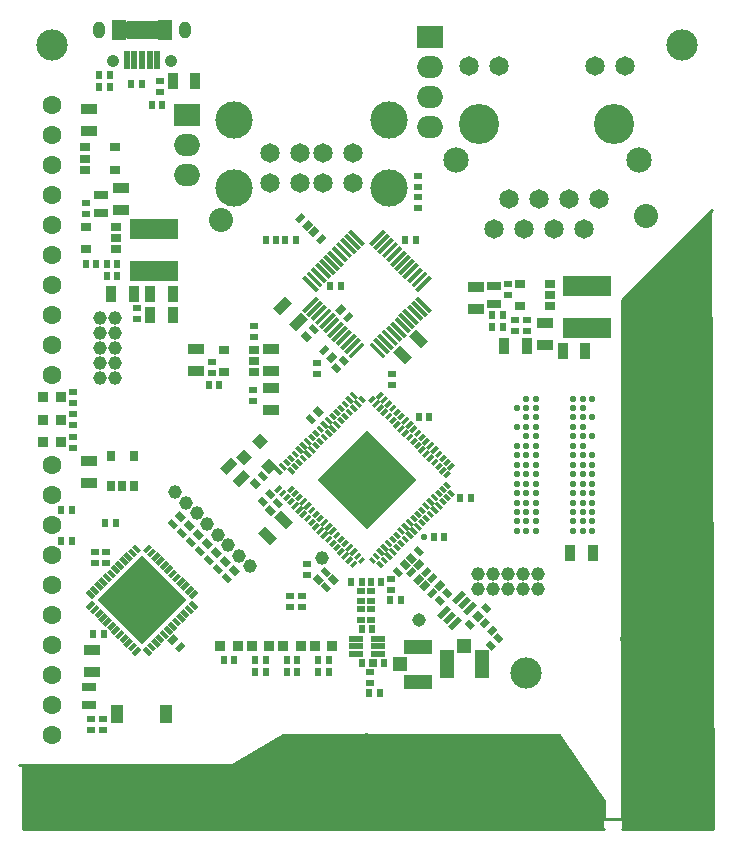
<source format=gbr>
G04 #@! TF.FileFunction,Soldermask,Top*
%FSLAX46Y46*%
G04 Gerber Fmt 4.6, Leading zero omitted, Abs format (unit mm)*
G04 Created by KiCad (PCBNEW 0.201512080931+6353~38~ubuntu14.04.1-stable) date Mon 21 Dec 2015 12:54:57 AM PST*
%MOMM*%
G01*
G04 APERTURE LIST*
%ADD10C,0.100000*%
%ADD11C,0.254000*%
%ADD12C,1.652400*%
%ADD13C,3.152400*%
%ADD14R,1.295400X0.787400*%
%ADD15R,0.852400X1.452400*%
%ADD16C,0.552400*%
%ADD17C,0.360000*%
%ADD18R,2.352400X1.202400*%
%ADD19R,1.202400X1.152400*%
%ADD20R,1.202400X2.352400*%
%ADD21R,1.152400X1.202400*%
%ADD22R,0.551180X0.751840*%
%ADD23R,0.751840X0.551180*%
%ADD24R,1.452400X0.852400*%
%ADD25R,0.949960X0.949960*%
%ADD26C,2.651760*%
%ADD27C,1.168400*%
%ADD28C,1.152400*%
%ADD29R,4.152400X1.652400*%
%ADD30R,1.102400X1.552400*%
%ADD31R,1.152400X0.502400*%
%ADD32R,0.914400X0.660400*%
%ADD33R,0.660400X0.914400*%
%ADD34C,1.602400*%
%ADD35C,1.143000*%
%ADD36C,2.032000*%
%ADD37R,2.184400X1.879600*%
%ADD38O,2.184400X1.879600*%
%ADD39O,1.052400X1.452400*%
%ADD40C,1.052400*%
%ADD41R,0.552400X1.502400*%
%ADD42R,1.252400X1.652400*%
%ADD43C,2.152400*%
%ADD44C,3.402400*%
G04 APERTURE END LIST*
D10*
D11*
X93980000Y-147320000D02*
X75946000Y-147320000D01*
X98298000Y-144780000D02*
X93980000Y-147320000D01*
X121666000Y-144780000D02*
X98298000Y-144780000D01*
X125476000Y-150368000D02*
X121666000Y-144780000D01*
X125476000Y-151892000D02*
X125476000Y-150368000D01*
X127000000Y-151892000D02*
X125476000Y-151892000D01*
X127000000Y-107950000D02*
X127000000Y-151892000D01*
X134620000Y-100330000D02*
X127000000Y-107950000D01*
D12*
X104211000Y-98104000D03*
X101711000Y-98104000D03*
X99711000Y-98104000D03*
X97211000Y-98104000D03*
X104211000Y-95504000D03*
X101711000Y-95504000D03*
X99711000Y-95504000D03*
X97211000Y-95504000D03*
D13*
X107281000Y-98454000D03*
X107281000Y-92774000D03*
X94141000Y-98454000D03*
X94141000Y-92774000D03*
D10*
G36*
X110642590Y-105849313D02*
X110891775Y-106098498D01*
X109723352Y-107266921D01*
X109474167Y-107017736D01*
X110642590Y-105849313D01*
X110642590Y-105849313D01*
G37*
G36*
X110289036Y-105495759D02*
X110538221Y-105744944D01*
X109369798Y-106913367D01*
X109120613Y-106664182D01*
X110289036Y-105495759D01*
X110289036Y-105495759D01*
G37*
G36*
X109935483Y-105142206D02*
X110184668Y-105391391D01*
X109016245Y-106559814D01*
X108767060Y-106310629D01*
X109935483Y-105142206D01*
X109935483Y-105142206D01*
G37*
G36*
X109581930Y-104788652D02*
X109831115Y-105037837D01*
X108662692Y-106206260D01*
X108413507Y-105957075D01*
X109581930Y-104788652D01*
X109581930Y-104788652D01*
G37*
G36*
X109228376Y-104435099D02*
X109477561Y-104684284D01*
X108309138Y-105852707D01*
X108059953Y-105603522D01*
X109228376Y-104435099D01*
X109228376Y-104435099D01*
G37*
G36*
X108874823Y-104081546D02*
X109124008Y-104330731D01*
X107955585Y-105499154D01*
X107706400Y-105249969D01*
X108874823Y-104081546D01*
X108874823Y-104081546D01*
G37*
G36*
X108521269Y-103727992D02*
X108770454Y-103977177D01*
X107602031Y-105145600D01*
X107352846Y-104896415D01*
X108521269Y-103727992D01*
X108521269Y-103727992D01*
G37*
G36*
X108167716Y-103374439D02*
X108416901Y-103623624D01*
X107248478Y-104792047D01*
X106999293Y-104542862D01*
X108167716Y-103374439D01*
X108167716Y-103374439D01*
G37*
G36*
X107814163Y-103020885D02*
X108063348Y-103270070D01*
X106894925Y-104438493D01*
X106645740Y-104189308D01*
X107814163Y-103020885D01*
X107814163Y-103020885D01*
G37*
G36*
X107460609Y-102667332D02*
X107709794Y-102916517D01*
X106541371Y-104084940D01*
X106292186Y-103835755D01*
X107460609Y-102667332D01*
X107460609Y-102667332D01*
G37*
G36*
X107107056Y-102313779D02*
X107356241Y-102562964D01*
X106187818Y-103731387D01*
X105938633Y-103482202D01*
X107107056Y-102313779D01*
X107107056Y-102313779D01*
G37*
G36*
X106753502Y-101960225D02*
X107002687Y-102209410D01*
X105834264Y-103377833D01*
X105585079Y-103128648D01*
X106753502Y-101960225D01*
X106753502Y-101960225D01*
G37*
G36*
X104066498Y-101960225D02*
X105234921Y-103128648D01*
X104985736Y-103377833D01*
X103817313Y-102209410D01*
X104066498Y-101960225D01*
X104066498Y-101960225D01*
G37*
G36*
X103712944Y-102313779D02*
X104881367Y-103482202D01*
X104632182Y-103731387D01*
X103463759Y-102562964D01*
X103712944Y-102313779D01*
X103712944Y-102313779D01*
G37*
G36*
X103359391Y-102667332D02*
X104527814Y-103835755D01*
X104278629Y-104084940D01*
X103110206Y-102916517D01*
X103359391Y-102667332D01*
X103359391Y-102667332D01*
G37*
G36*
X103005837Y-103020885D02*
X104174260Y-104189308D01*
X103925075Y-104438493D01*
X102756652Y-103270070D01*
X103005837Y-103020885D01*
X103005837Y-103020885D01*
G37*
G36*
X102652284Y-103374439D02*
X103820707Y-104542862D01*
X103571522Y-104792047D01*
X102403099Y-103623624D01*
X102652284Y-103374439D01*
X102652284Y-103374439D01*
G37*
G36*
X102298731Y-103727992D02*
X103467154Y-104896415D01*
X103217969Y-105145600D01*
X102049546Y-103977177D01*
X102298731Y-103727992D01*
X102298731Y-103727992D01*
G37*
G36*
X101945177Y-104081546D02*
X103113600Y-105249969D01*
X102864415Y-105499154D01*
X101695992Y-104330731D01*
X101945177Y-104081546D01*
X101945177Y-104081546D01*
G37*
G36*
X101591624Y-104435099D02*
X102760047Y-105603522D01*
X102510862Y-105852707D01*
X101342439Y-104684284D01*
X101591624Y-104435099D01*
X101591624Y-104435099D01*
G37*
G36*
X101238070Y-104788652D02*
X102406493Y-105957075D01*
X102157308Y-106206260D01*
X100988885Y-105037837D01*
X101238070Y-104788652D01*
X101238070Y-104788652D01*
G37*
G36*
X100884517Y-105142206D02*
X102052940Y-106310629D01*
X101803755Y-106559814D01*
X100635332Y-105391391D01*
X100884517Y-105142206D01*
X100884517Y-105142206D01*
G37*
G36*
X100530964Y-105495759D02*
X101699387Y-106664182D01*
X101450202Y-106913367D01*
X100281779Y-105744944D01*
X100530964Y-105495759D01*
X100530964Y-105495759D01*
G37*
G36*
X100177410Y-105849313D02*
X101345833Y-107017736D01*
X101096648Y-107266921D01*
X99928225Y-106098498D01*
X100177410Y-105849313D01*
X100177410Y-105849313D01*
G37*
G36*
X101096648Y-107617079D02*
X101345833Y-107866264D01*
X100177410Y-109034687D01*
X99928225Y-108785502D01*
X101096648Y-107617079D01*
X101096648Y-107617079D01*
G37*
G36*
X101450202Y-107970633D02*
X101699387Y-108219818D01*
X100530964Y-109388241D01*
X100281779Y-109139056D01*
X101450202Y-107970633D01*
X101450202Y-107970633D01*
G37*
G36*
X101803755Y-108324186D02*
X102052940Y-108573371D01*
X100884517Y-109741794D01*
X100635332Y-109492609D01*
X101803755Y-108324186D01*
X101803755Y-108324186D01*
G37*
G36*
X102157308Y-108677740D02*
X102406493Y-108926925D01*
X101238070Y-110095348D01*
X100988885Y-109846163D01*
X102157308Y-108677740D01*
X102157308Y-108677740D01*
G37*
G36*
X102510862Y-109031293D02*
X102760047Y-109280478D01*
X101591624Y-110448901D01*
X101342439Y-110199716D01*
X102510862Y-109031293D01*
X102510862Y-109031293D01*
G37*
G36*
X102864415Y-109384846D02*
X103113600Y-109634031D01*
X101945177Y-110802454D01*
X101695992Y-110553269D01*
X102864415Y-109384846D01*
X102864415Y-109384846D01*
G37*
G36*
X103217969Y-109738400D02*
X103467154Y-109987585D01*
X102298731Y-111156008D01*
X102049546Y-110906823D01*
X103217969Y-109738400D01*
X103217969Y-109738400D01*
G37*
G36*
X103571522Y-110091953D02*
X103820707Y-110341138D01*
X102652284Y-111509561D01*
X102403099Y-111260376D01*
X103571522Y-110091953D01*
X103571522Y-110091953D01*
G37*
G36*
X103925075Y-110445507D02*
X104174260Y-110694692D01*
X103005837Y-111863115D01*
X102756652Y-111613930D01*
X103925075Y-110445507D01*
X103925075Y-110445507D01*
G37*
G36*
X104278629Y-110799060D02*
X104527814Y-111048245D01*
X103359391Y-112216668D01*
X103110206Y-111967483D01*
X104278629Y-110799060D01*
X104278629Y-110799060D01*
G37*
G36*
X104632182Y-111152613D02*
X104881367Y-111401798D01*
X103712944Y-112570221D01*
X103463759Y-112321036D01*
X104632182Y-111152613D01*
X104632182Y-111152613D01*
G37*
G36*
X104985736Y-111506167D02*
X105234921Y-111755352D01*
X104066498Y-112923775D01*
X103817313Y-112674590D01*
X104985736Y-111506167D01*
X104985736Y-111506167D01*
G37*
G36*
X105834264Y-111506167D02*
X107002687Y-112674590D01*
X106753502Y-112923775D01*
X105585079Y-111755352D01*
X105834264Y-111506167D01*
X105834264Y-111506167D01*
G37*
G36*
X106187818Y-111152613D02*
X107356241Y-112321036D01*
X107107056Y-112570221D01*
X105938633Y-111401798D01*
X106187818Y-111152613D01*
X106187818Y-111152613D01*
G37*
G36*
X106541371Y-110799060D02*
X107709794Y-111967483D01*
X107460609Y-112216668D01*
X106292186Y-111048245D01*
X106541371Y-110799060D01*
X106541371Y-110799060D01*
G37*
G36*
X106894925Y-110445507D02*
X108063348Y-111613930D01*
X107814163Y-111863115D01*
X106645740Y-110694692D01*
X106894925Y-110445507D01*
X106894925Y-110445507D01*
G37*
G36*
X107248478Y-110091953D02*
X108416901Y-111260376D01*
X108167716Y-111509561D01*
X106999293Y-110341138D01*
X107248478Y-110091953D01*
X107248478Y-110091953D01*
G37*
G36*
X107602031Y-109738400D02*
X108770454Y-110906823D01*
X108521269Y-111156008D01*
X107352846Y-109987585D01*
X107602031Y-109738400D01*
X107602031Y-109738400D01*
G37*
G36*
X107955585Y-109384846D02*
X109124008Y-110553269D01*
X108874823Y-110802454D01*
X107706400Y-109634031D01*
X107955585Y-109384846D01*
X107955585Y-109384846D01*
G37*
G36*
X108309138Y-109031293D02*
X109477561Y-110199716D01*
X109228376Y-110448901D01*
X108059953Y-109280478D01*
X108309138Y-109031293D01*
X108309138Y-109031293D01*
G37*
G36*
X108662692Y-108677740D02*
X109831115Y-109846163D01*
X109581930Y-110095348D01*
X108413507Y-108926925D01*
X108662692Y-108677740D01*
X108662692Y-108677740D01*
G37*
G36*
X109016245Y-108324186D02*
X110184668Y-109492609D01*
X109935483Y-109741794D01*
X108767060Y-108573371D01*
X109016245Y-108324186D01*
X109016245Y-108324186D01*
G37*
G36*
X109369798Y-107970633D02*
X110538221Y-109139056D01*
X110289036Y-109388241D01*
X109120613Y-108219818D01*
X109369798Y-107970633D01*
X109369798Y-107970633D01*
G37*
G36*
X109723352Y-107617079D02*
X110891775Y-108785502D01*
X110642590Y-109034687D01*
X109474167Y-107866264D01*
X109723352Y-107617079D01*
X109723352Y-107617079D01*
G37*
D14*
X82931000Y-100584000D03*
X82931000Y-99060000D03*
D15*
X88966000Y-89408000D03*
X90866000Y-89408000D03*
D16*
X124485000Y-121120000D03*
X123685000Y-121120000D03*
X122885000Y-121120000D03*
X119685000Y-121120000D03*
X118885000Y-121120000D03*
X118085000Y-121120000D03*
X118885000Y-119520000D03*
X119685000Y-119520000D03*
X122885000Y-119520000D03*
X123685000Y-119520000D03*
X124485000Y-119520000D03*
X123685000Y-120320000D03*
X122885000Y-120320000D03*
X119685000Y-120320000D03*
X118885000Y-120320000D03*
X118085000Y-120320000D03*
X118085000Y-117120000D03*
X118885000Y-117120000D03*
X119685000Y-117120000D03*
X122885000Y-117120000D03*
X123685000Y-117120000D03*
X124485000Y-116320000D03*
X123685000Y-116320000D03*
X122885000Y-116320000D03*
X119685000Y-116320000D03*
X118885000Y-116320000D03*
X118885000Y-117920000D03*
X119685000Y-117920000D03*
X122885000Y-117920000D03*
X123685000Y-117920000D03*
X124485000Y-117920000D03*
X123685000Y-118720000D03*
X122885000Y-118720000D03*
X119685000Y-118720000D03*
X118885000Y-118720000D03*
X118085000Y-118720000D03*
X118085000Y-124320000D03*
X118885000Y-124320000D03*
X119685000Y-124320000D03*
X122885000Y-124320000D03*
X123685000Y-124320000D03*
X124485000Y-124320000D03*
X124485000Y-123520000D03*
X123685000Y-123520000D03*
X122885000Y-123520000D03*
X119685000Y-123520000D03*
X118885000Y-123520000D03*
X118085000Y-123520000D03*
X118085000Y-121920000D03*
X118885000Y-121920000D03*
X119685000Y-121920000D03*
X122885000Y-121920000D03*
X123685000Y-121920000D03*
X124485000Y-121920000D03*
X124485000Y-122720000D03*
X123685000Y-122720000D03*
X122885000Y-122720000D03*
X119685000Y-122720000D03*
X118885000Y-122720000D03*
X118085000Y-122720000D03*
X118085000Y-125920000D03*
X118885000Y-125920000D03*
X119685000Y-125920000D03*
X122885000Y-125920000D03*
X123685000Y-125920000D03*
X124485000Y-125920000D03*
X124485000Y-125120000D03*
X123685000Y-125120000D03*
X122885000Y-125120000D03*
X119685000Y-125120000D03*
X118885000Y-125120000D03*
X118085000Y-125120000D03*
X118085000Y-126720000D03*
X118885000Y-126720000D03*
X119685000Y-126720000D03*
X122885000Y-126720000D03*
X123685000Y-126720000D03*
X124485000Y-126720000D03*
X124485000Y-127520000D03*
X123685000Y-127520000D03*
X122885000Y-127520000D03*
X119685000Y-127520000D03*
X118885000Y-127520000D03*
X118085000Y-127520000D03*
D17*
X105410000Y-144780000D03*
X127000000Y-136652000D03*
D18*
X109728000Y-140286000D03*
X109728000Y-137336000D03*
D19*
X108203000Y-138811000D03*
D20*
X112190000Y-138811000D03*
X115140000Y-138811000D03*
D21*
X113665000Y-137286000D03*
D10*
G36*
X101211155Y-131175214D02*
X101742786Y-131706845D01*
X101353043Y-132096588D01*
X100821412Y-131564957D01*
X101211155Y-131175214D01*
X101211155Y-131175214D01*
G37*
G36*
X101846957Y-130539412D02*
X102378588Y-131071043D01*
X101988845Y-131460786D01*
X101457214Y-130929155D01*
X101846957Y-130539412D01*
X101846957Y-130539412D01*
G37*
D22*
X108272580Y-133350000D03*
X107373420Y-133350000D03*
D10*
G36*
X101846155Y-131810214D02*
X102377786Y-132341845D01*
X101988043Y-132731588D01*
X101456412Y-132199957D01*
X101846155Y-131810214D01*
X101846155Y-131810214D01*
G37*
G36*
X102481957Y-131174412D02*
X103013588Y-131706043D01*
X102623845Y-132095786D01*
X102092214Y-131564155D01*
X102481957Y-131174412D01*
X102481957Y-131174412D01*
G37*
G36*
X98122619Y-125767379D02*
X99149621Y-126794381D01*
X98546883Y-127397119D01*
X97519881Y-126370117D01*
X98122619Y-125767379D01*
X98122619Y-125767379D01*
G37*
G36*
X96779117Y-127110881D02*
X97806119Y-128137883D01*
X97203381Y-128740621D01*
X96176379Y-127713619D01*
X96779117Y-127110881D01*
X96779117Y-127110881D01*
G37*
D15*
X124521000Y-129413000D03*
X122621000Y-129413000D03*
D10*
G36*
X96512155Y-124571214D02*
X97043786Y-125102845D01*
X96654043Y-125492588D01*
X96122412Y-124960957D01*
X96512155Y-124571214D01*
X96512155Y-124571214D01*
G37*
G36*
X97147957Y-123935412D02*
X97679588Y-124467043D01*
X97289845Y-124856786D01*
X96758214Y-124325155D01*
X97147957Y-123935412D01*
X97147957Y-123935412D01*
G37*
D22*
X110685580Y-117919500D03*
X109786420Y-117919500D03*
D23*
X107505500Y-114231420D03*
X107505500Y-115130580D03*
D22*
X114178080Y-124777500D03*
X113278920Y-124777500D03*
X111955580Y-128016000D03*
X111056420Y-128016000D03*
D24*
X84582000Y-100391000D03*
X84582000Y-98491000D03*
D23*
X81661000Y-99753420D03*
X81661000Y-100652580D03*
D24*
X81915000Y-93660000D03*
X81915000Y-91760000D03*
X81915000Y-123505000D03*
X81915000Y-121605000D03*
D15*
X85659000Y-107442000D03*
X83759000Y-107442000D03*
D22*
X83370420Y-105918000D03*
X84269580Y-105918000D03*
D15*
X87061000Y-109220000D03*
X88961000Y-109220000D03*
D24*
X90932000Y-113980000D03*
X90932000Y-112080000D03*
X114681000Y-106873000D03*
X114681000Y-108773000D03*
D23*
X92329000Y-113215420D03*
X92329000Y-114114580D03*
D14*
X116205000Y-106807000D03*
X116205000Y-108331000D03*
D23*
X117348000Y-107510580D03*
X117348000Y-106611420D03*
D10*
G36*
X95877155Y-123047214D02*
X96408786Y-123578845D01*
X96019043Y-123968588D01*
X95487412Y-123436957D01*
X95877155Y-123047214D01*
X95877155Y-123047214D01*
G37*
G36*
X96512957Y-122411412D02*
X97044588Y-122943043D01*
X96654845Y-123332786D01*
X96123214Y-122801155D01*
X96512957Y-122411412D01*
X96512957Y-122411412D01*
G37*
G36*
X95509196Y-122914210D02*
X94593210Y-123830196D01*
X94036434Y-123273420D01*
X94952420Y-122357434D01*
X95509196Y-122914210D01*
X95509196Y-122914210D01*
G37*
G36*
X94431566Y-121836580D02*
X93515580Y-122752566D01*
X92958804Y-122195790D01*
X93874790Y-121279804D01*
X94431566Y-121836580D01*
X94431566Y-121836580D01*
G37*
D24*
X97282000Y-115382000D03*
X97282000Y-117282000D03*
X120523000Y-111821000D03*
X120523000Y-109921000D03*
D23*
X95758000Y-116527580D03*
X95758000Y-115628420D03*
D15*
X118933000Y-111887000D03*
X117033000Y-111887000D03*
D24*
X97282000Y-113980000D03*
X97282000Y-112080000D03*
D23*
X118999000Y-109659420D03*
X118999000Y-110558580D03*
X117983000Y-109659420D03*
X117983000Y-110558580D03*
D15*
X121986000Y-112268000D03*
X123886000Y-112268000D03*
D22*
X82735420Y-88900000D03*
X83634580Y-88900000D03*
D10*
G36*
X89138214Y-137421845D02*
X89669845Y-136890214D01*
X90059588Y-137279957D01*
X89527957Y-137811588D01*
X89138214Y-137421845D01*
X89138214Y-137421845D01*
G37*
G36*
X88502412Y-136786043D02*
X89034043Y-136254412D01*
X89423786Y-136644155D01*
X88892155Y-137175786D01*
X88502412Y-136786043D01*
X88502412Y-136786043D01*
G37*
D23*
X83312000Y-129344420D03*
X83312000Y-130243580D03*
X82423000Y-129344420D03*
X82423000Y-130243580D03*
D24*
X82169000Y-137607000D03*
X82169000Y-139507000D03*
D22*
X82227420Y-136271000D03*
X83126580Y-136271000D03*
D23*
X83058000Y-144340580D03*
X83058000Y-143441420D03*
D22*
X104071420Y-131826000D03*
X104970580Y-131826000D03*
X106621580Y-131826000D03*
X105722420Y-131826000D03*
D10*
G36*
X107942155Y-130540214D02*
X108473786Y-131071845D01*
X108084043Y-131461588D01*
X107552412Y-130929957D01*
X107942155Y-130540214D01*
X107942155Y-130540214D01*
G37*
G36*
X108577957Y-129904412D02*
X109109588Y-130436043D01*
X108719845Y-130825786D01*
X108188214Y-130294155D01*
X108577957Y-129904412D01*
X108577957Y-129904412D01*
G37*
G36*
X109862845Y-129682786D02*
X109331214Y-129151155D01*
X109720957Y-128761412D01*
X110252588Y-129293043D01*
X109862845Y-129682786D01*
X109862845Y-129682786D01*
G37*
G36*
X109227043Y-130318588D02*
X108695412Y-129786957D01*
X109085155Y-129397214D01*
X109616786Y-129928845D01*
X109227043Y-130318588D01*
X109227043Y-130318588D01*
G37*
D23*
X104902000Y-134170420D03*
X104902000Y-135069580D03*
X105791000Y-134170420D03*
X105791000Y-135069580D03*
D10*
G36*
X110759786Y-132072155D02*
X110228155Y-132603786D01*
X109838412Y-132214043D01*
X110370043Y-131682412D01*
X110759786Y-132072155D01*
X110759786Y-132072155D01*
G37*
G36*
X111395588Y-132707957D02*
X110863957Y-133239588D01*
X110474214Y-132849845D01*
X111005845Y-132318214D01*
X111395588Y-132707957D01*
X111395588Y-132707957D01*
G37*
G36*
X111394786Y-131437155D02*
X110863155Y-131968786D01*
X110473412Y-131579043D01*
X111005043Y-131047412D01*
X111394786Y-131437155D01*
X111394786Y-131437155D01*
G37*
G36*
X112030588Y-132072957D02*
X111498957Y-132604588D01*
X111109214Y-132214845D01*
X111640845Y-131683214D01*
X112030588Y-132072957D01*
X112030588Y-132072957D01*
G37*
D22*
X105859580Y-135826500D03*
X104960420Y-135826500D03*
D10*
G36*
X112275845Y-133238786D02*
X111744214Y-132707155D01*
X112133957Y-132317412D01*
X112665588Y-132849043D01*
X112275845Y-133238786D01*
X112275845Y-133238786D01*
G37*
G36*
X111640043Y-133874588D02*
X111108412Y-133342957D01*
X111498155Y-132953214D01*
X112029786Y-133484845D01*
X111640043Y-133874588D01*
X111640043Y-133874588D01*
G37*
D22*
X104960420Y-138747500D03*
X105859580Y-138747500D03*
D10*
G36*
X115577845Y-134508786D02*
X115046214Y-133977155D01*
X115435957Y-133587412D01*
X115967588Y-134119043D01*
X115577845Y-134508786D01*
X115577845Y-134508786D01*
G37*
G36*
X114942043Y-135144588D02*
X114410412Y-134612957D01*
X114800155Y-134223214D01*
X115331786Y-134754845D01*
X114942043Y-135144588D01*
X114942043Y-135144588D01*
G37*
D22*
X105976420Y-138747500D03*
X106875580Y-138747500D03*
D10*
G36*
X114815845Y-135270786D02*
X114284214Y-134739155D01*
X114673957Y-134349412D01*
X115205588Y-134881043D01*
X114815845Y-135270786D01*
X114815845Y-135270786D01*
G37*
G36*
X114180043Y-135906588D02*
X113648412Y-135374957D01*
X114038155Y-134985214D01*
X114569786Y-135516845D01*
X114180043Y-135906588D01*
X114180043Y-135906588D01*
G37*
D22*
X106494580Y-141224000D03*
X105595420Y-141224000D03*
D10*
G36*
X115816155Y-136763214D02*
X116347786Y-137294845D01*
X115958043Y-137684588D01*
X115426412Y-137152957D01*
X115816155Y-136763214D01*
X115816155Y-136763214D01*
G37*
G36*
X116451957Y-136127412D02*
X116983588Y-136659043D01*
X116593845Y-137048786D01*
X116062214Y-136517155D01*
X116451957Y-136127412D01*
X116451957Y-136127412D01*
G37*
D23*
X109728000Y-100144580D03*
X109728000Y-99245420D03*
D10*
G36*
X100195155Y-110601214D02*
X100726786Y-111132845D01*
X100337043Y-111522588D01*
X99805412Y-110990957D01*
X100195155Y-110601214D01*
X100195155Y-110601214D01*
G37*
G36*
X100830957Y-109965412D02*
X101362588Y-110497043D01*
X100972845Y-110886786D01*
X100441214Y-110355155D01*
X100830957Y-109965412D01*
X100830957Y-109965412D01*
G37*
D22*
X109542580Y-102870000D03*
X108643420Y-102870000D03*
D10*
G36*
X100419621Y-109552619D02*
X99392619Y-110579621D01*
X98789881Y-109976883D01*
X99816883Y-108949881D01*
X100419621Y-109552619D01*
X100419621Y-109552619D01*
G37*
G36*
X99076119Y-108209117D02*
X98049117Y-109236119D01*
X97446379Y-108633381D01*
X98473381Y-107606379D01*
X99076119Y-108209117D01*
X99076119Y-108209117D01*
G37*
D25*
X79489300Y-116205000D03*
X77990700Y-116205000D03*
X79489300Y-120015000D03*
X77990700Y-120015000D03*
X79489300Y-118110000D03*
X77990700Y-118110000D03*
X95643700Y-137287000D03*
X97142300Y-137287000D03*
X94475300Y-137287000D03*
X92976700Y-137287000D03*
X102476300Y-137287000D03*
X100977700Y-137287000D03*
X99809300Y-137287000D03*
X98310700Y-137287000D03*
D26*
X78740000Y-149860000D03*
X78740000Y-86360000D03*
X132080000Y-86360000D03*
X118872000Y-139573000D03*
D27*
X114808000Y-132461000D03*
X114808000Y-131191000D03*
X116078000Y-132461000D03*
X116078000Y-131191000D03*
X117348000Y-132461000D03*
X117348000Y-131191000D03*
X118618000Y-132461000D03*
X118618000Y-131191000D03*
X119888000Y-132461000D03*
X119888000Y-131191000D03*
X84074000Y-114554000D03*
X82804000Y-114554000D03*
X84074000Y-113284000D03*
X82804000Y-113284000D03*
X84074000Y-112014000D03*
X82804000Y-112014000D03*
X84074000Y-110744000D03*
X82804000Y-110744000D03*
X84074000Y-109474000D03*
X82804000Y-109474000D03*
D28*
X101600000Y-129794000D03*
D16*
X110236000Y-128016000D03*
D27*
X89185910Y-124237910D03*
X90083936Y-125135936D03*
X90981962Y-126033962D03*
X91879987Y-126931987D03*
X92778013Y-127830013D03*
X93676038Y-128728038D03*
X94574064Y-129626064D03*
X95472090Y-130524090D03*
D23*
X107442000Y-131630420D03*
X107442000Y-132529580D03*
D29*
X87376000Y-101959000D03*
X87376000Y-105559000D03*
X124079000Y-106785000D03*
X124079000Y-110385000D03*
D14*
X81915000Y-142240000D03*
X81915000Y-140716000D03*
D23*
X104902000Y-132582920D03*
X104902000Y-133482080D03*
X105791000Y-132582920D03*
X105791000Y-133482080D03*
D10*
G36*
X109616786Y-130929155D02*
X109085155Y-131460786D01*
X108695412Y-131071043D01*
X109227043Y-130539412D01*
X109616786Y-130929155D01*
X109616786Y-130929155D01*
G37*
G36*
X110252588Y-131564957D02*
X109720957Y-132096588D01*
X109331214Y-131706845D01*
X109862845Y-131175214D01*
X110252588Y-131564957D01*
X110252588Y-131564957D01*
G37*
G36*
X110251786Y-130294155D02*
X109720155Y-130825786D01*
X109330412Y-130436043D01*
X109862043Y-129904412D01*
X110251786Y-130294155D01*
X110251786Y-130294155D01*
G37*
G36*
X110887588Y-130929957D02*
X110355957Y-131461588D01*
X109966214Y-131071845D01*
X110497845Y-130540214D01*
X110887588Y-130929957D01*
X110887588Y-130929957D01*
G37*
D23*
X105664000Y-139504420D03*
X105664000Y-140403580D03*
D10*
G36*
X115839786Y-135247155D02*
X115308155Y-135778786D01*
X114918412Y-135389043D01*
X115450043Y-134857412D01*
X115839786Y-135247155D01*
X115839786Y-135247155D01*
G37*
G36*
X116475588Y-135882957D02*
X115943957Y-136414588D01*
X115554214Y-136024845D01*
X116085845Y-135493214D01*
X116475588Y-135882957D01*
X116475588Y-135882957D01*
G37*
G36*
X96357107Y-119232085D02*
X97030626Y-119905604D01*
X96357107Y-120579123D01*
X95683588Y-119905604D01*
X96357107Y-119232085D01*
X96357107Y-119232085D01*
G37*
G36*
X95013604Y-120575588D02*
X95687123Y-121249107D01*
X95013604Y-121922626D01*
X94340085Y-121249107D01*
X95013604Y-120575588D01*
X95013604Y-120575588D01*
G37*
G36*
X97098848Y-121317329D02*
X97772367Y-121990848D01*
X97098848Y-122664367D01*
X96425329Y-121990848D01*
X97098848Y-121317329D01*
X97098848Y-121317329D01*
G37*
G36*
X97147155Y-125333214D02*
X97678786Y-125864845D01*
X97289043Y-126254588D01*
X96757412Y-125722957D01*
X97147155Y-125333214D01*
X97147155Y-125333214D01*
G37*
G36*
X97782957Y-124697412D02*
X98314588Y-125229043D01*
X97924845Y-125618786D01*
X97393214Y-125087155D01*
X97782957Y-124697412D01*
X97782957Y-124697412D01*
G37*
D23*
X80518000Y-116654580D03*
X80518000Y-115755420D03*
X80518000Y-120464580D03*
X80518000Y-119565420D03*
D22*
X83370420Y-104902000D03*
X84269580Y-104902000D03*
X81592420Y-104902000D03*
X82491580Y-104902000D03*
X92905580Y-115189000D03*
X92006420Y-115189000D03*
D23*
X95885000Y-110167420D03*
X95885000Y-111066580D03*
D22*
X116009420Y-110236000D03*
X116908580Y-110236000D03*
X116009420Y-109220000D03*
X116908580Y-109220000D03*
X82735420Y-89916000D03*
X83634580Y-89916000D03*
D10*
G36*
X89669845Y-126761786D02*
X89138214Y-126230155D01*
X89527957Y-125840412D01*
X90059588Y-126372043D01*
X89669845Y-126761786D01*
X89669845Y-126761786D01*
G37*
G36*
X89034043Y-127397588D02*
X88502412Y-126865957D01*
X88892155Y-126476214D01*
X89423786Y-127007845D01*
X89034043Y-127397588D01*
X89034043Y-127397588D01*
G37*
G36*
X93464155Y-131048214D02*
X93995786Y-131579845D01*
X93606043Y-131969588D01*
X93074412Y-131437957D01*
X93464155Y-131048214D01*
X93464155Y-131048214D01*
G37*
G36*
X94099957Y-130412412D02*
X94631588Y-130944043D01*
X94241845Y-131333786D01*
X93710214Y-130802155D01*
X94099957Y-130412412D01*
X94099957Y-130412412D01*
G37*
G36*
X92702155Y-130286214D02*
X93233786Y-130817845D01*
X92844043Y-131207588D01*
X92312412Y-130675957D01*
X92702155Y-130286214D01*
X92702155Y-130286214D01*
G37*
G36*
X93337957Y-129650412D02*
X93869588Y-130182043D01*
X93479845Y-130571786D01*
X92948214Y-130040155D01*
X93337957Y-129650412D01*
X93337957Y-129650412D01*
G37*
G36*
X91940155Y-129524214D02*
X92471786Y-130055845D01*
X92082043Y-130445588D01*
X91550412Y-129913957D01*
X91940155Y-129524214D01*
X91940155Y-129524214D01*
G37*
G36*
X92575957Y-128888412D02*
X93107588Y-129420043D01*
X92717845Y-129809786D01*
X92186214Y-129278155D01*
X92575957Y-128888412D01*
X92575957Y-128888412D01*
G37*
G36*
X91178155Y-128762214D02*
X91709786Y-129293845D01*
X91320043Y-129683588D01*
X90788412Y-129151957D01*
X91178155Y-128762214D01*
X91178155Y-128762214D01*
G37*
G36*
X91813957Y-128126412D02*
X92345588Y-128658043D01*
X91955845Y-129047786D01*
X91424214Y-128516155D01*
X91813957Y-128126412D01*
X91813957Y-128126412D01*
G37*
G36*
X90416155Y-128000214D02*
X90947786Y-128531845D01*
X90558043Y-128921588D01*
X90026412Y-128389957D01*
X90416155Y-128000214D01*
X90416155Y-128000214D01*
G37*
G36*
X91051957Y-127364412D02*
X91583588Y-127896043D01*
X91193845Y-128285786D01*
X90662214Y-127754155D01*
X91051957Y-127364412D01*
X91051957Y-127364412D01*
G37*
G36*
X89654155Y-127238214D02*
X90185786Y-127769845D01*
X89796043Y-128159588D01*
X89264412Y-127627957D01*
X89654155Y-127238214D01*
X89654155Y-127238214D01*
G37*
G36*
X90289957Y-126602412D02*
X90821588Y-127134043D01*
X90431845Y-127523786D01*
X89900214Y-126992155D01*
X90289957Y-126602412D01*
X90289957Y-126602412D01*
G37*
D23*
X80518000Y-117660420D03*
X80518000Y-118559580D03*
X82042000Y-144340580D03*
X82042000Y-143441420D03*
X99949000Y-133027420D03*
X99949000Y-133926580D03*
X98933000Y-133027420D03*
X98933000Y-133926580D03*
X100330000Y-130360420D03*
X100330000Y-131259580D03*
D22*
X95943420Y-138430000D03*
X96842580Y-138430000D03*
D10*
G36*
X100576155Y-117586214D02*
X101107786Y-118117845D01*
X100718043Y-118507588D01*
X100186412Y-117975957D01*
X100576155Y-117586214D01*
X100576155Y-117586214D01*
G37*
G36*
X101211957Y-116950412D02*
X101743588Y-117482043D01*
X101353845Y-117871786D01*
X100822214Y-117340155D01*
X101211957Y-116950412D01*
X101211957Y-116950412D01*
G37*
D22*
X96842580Y-139446000D03*
X95943420Y-139446000D03*
X84142580Y-126873000D03*
X83243420Y-126873000D03*
X94175580Y-138430000D03*
X93276420Y-138430000D03*
X102176580Y-138430000D03*
X101277420Y-138430000D03*
X101277420Y-139446000D03*
X102176580Y-139446000D03*
D23*
X101219000Y-114241580D03*
X101219000Y-113342420D03*
D22*
X99509580Y-138430000D03*
X98610420Y-138430000D03*
X98610420Y-139446000D03*
X99509580Y-139446000D03*
D23*
X109728000Y-97467420D03*
X109728000Y-98366580D03*
D10*
G36*
X103512845Y-113553786D02*
X102981214Y-113022155D01*
X103370957Y-112632412D01*
X103902588Y-113164043D01*
X103512845Y-113553786D01*
X103512845Y-113553786D01*
G37*
G36*
X102877043Y-114189588D02*
X102345412Y-113657957D01*
X102735155Y-113268214D01*
X103266786Y-113799845D01*
X102877043Y-114189588D01*
X102877043Y-114189588D01*
G37*
G36*
X101965214Y-112910845D02*
X102496845Y-112379214D01*
X102886588Y-112768957D01*
X102354957Y-113300588D01*
X101965214Y-112910845D01*
X101965214Y-112910845D01*
G37*
G36*
X101329412Y-112275043D02*
X101861043Y-111743412D01*
X102250786Y-112133155D01*
X101719155Y-112664786D01*
X101329412Y-112275043D01*
X101329412Y-112275043D01*
G37*
D30*
X88435000Y-143002000D03*
X84285000Y-143002000D03*
D31*
X106310000Y-137937000D03*
X106310000Y-137287000D03*
X106310000Y-136637000D03*
X104510000Y-136637000D03*
X104510000Y-137287000D03*
X104510000Y-137937000D03*
D10*
G36*
X113540956Y-134292033D02*
X114355826Y-133477163D01*
X114711076Y-133832413D01*
X113896206Y-134647283D01*
X113540956Y-134292033D01*
X113540956Y-134292033D01*
G37*
G36*
X113081336Y-133832414D02*
X113896206Y-133017544D01*
X114251456Y-133372794D01*
X113436586Y-134187664D01*
X113081336Y-133832414D01*
X113081336Y-133832414D01*
G37*
G36*
X112621717Y-133372794D02*
X113436587Y-132557924D01*
X113791837Y-132913174D01*
X112976967Y-133728044D01*
X112621717Y-133372794D01*
X112621717Y-133372794D01*
G37*
G36*
X111348924Y-134645587D02*
X112163794Y-133830717D01*
X112519044Y-134185967D01*
X111704174Y-135000837D01*
X111348924Y-134645587D01*
X111348924Y-134645587D01*
G37*
G36*
X111808544Y-135105206D02*
X112623414Y-134290336D01*
X112978664Y-134645586D01*
X112163794Y-135460456D01*
X111808544Y-135105206D01*
X111808544Y-135105206D01*
G37*
G36*
X112268163Y-135564826D02*
X113083033Y-134749956D01*
X113438283Y-135105206D01*
X112623413Y-135920076D01*
X112268163Y-135564826D01*
X112268163Y-135564826D01*
G37*
G36*
X106880782Y-130430774D02*
X106640366Y-130671190D01*
X106182868Y-130213692D01*
X106423284Y-129973276D01*
X106880782Y-130430774D01*
X106880782Y-130430774D01*
G37*
G36*
X107234335Y-130077220D02*
X106993919Y-130317636D01*
X106536421Y-129860138D01*
X106776837Y-129619722D01*
X107234335Y-130077220D01*
X107234335Y-130077220D01*
G37*
G36*
X107587889Y-129723667D02*
X107347473Y-129964083D01*
X106889975Y-129506585D01*
X107130391Y-129266169D01*
X107587889Y-129723667D01*
X107587889Y-129723667D01*
G37*
G36*
X107941442Y-129370113D02*
X107701026Y-129610529D01*
X107243528Y-129153031D01*
X107483944Y-128912615D01*
X107941442Y-129370113D01*
X107941442Y-129370113D01*
G37*
G36*
X108294995Y-129016560D02*
X108054579Y-129256976D01*
X107597081Y-128799478D01*
X107837497Y-128559062D01*
X108294995Y-129016560D01*
X108294995Y-129016560D01*
G37*
G36*
X108648549Y-128663007D02*
X108408133Y-128903423D01*
X107950635Y-128445925D01*
X108191051Y-128205509D01*
X108648549Y-128663007D01*
X108648549Y-128663007D01*
G37*
G36*
X109002102Y-128309453D02*
X108761686Y-128549869D01*
X108304188Y-128092371D01*
X108544604Y-127851955D01*
X109002102Y-128309453D01*
X109002102Y-128309453D01*
G37*
G36*
X109355656Y-127955900D02*
X109115240Y-128196316D01*
X108657742Y-127738818D01*
X108898158Y-127498402D01*
X109355656Y-127955900D01*
X109355656Y-127955900D01*
G37*
G36*
X109709209Y-127602346D02*
X109468793Y-127842762D01*
X109011295Y-127385264D01*
X109251711Y-127144848D01*
X109709209Y-127602346D01*
X109709209Y-127602346D01*
G37*
G36*
X110062762Y-127248793D02*
X109822346Y-127489209D01*
X109364848Y-127031711D01*
X109605264Y-126791295D01*
X110062762Y-127248793D01*
X110062762Y-127248793D01*
G37*
G36*
X110416316Y-126895240D02*
X110175900Y-127135656D01*
X109718402Y-126678158D01*
X109958818Y-126437742D01*
X110416316Y-126895240D01*
X110416316Y-126895240D01*
G37*
G36*
X110769869Y-126541686D02*
X110529453Y-126782102D01*
X110071955Y-126324604D01*
X110312371Y-126084188D01*
X110769869Y-126541686D01*
X110769869Y-126541686D01*
G37*
G36*
X111123423Y-126188133D02*
X110883007Y-126428549D01*
X110425509Y-125971051D01*
X110665925Y-125730635D01*
X111123423Y-126188133D01*
X111123423Y-126188133D01*
G37*
G36*
X111476976Y-125834579D02*
X111236560Y-126074995D01*
X110779062Y-125617497D01*
X111019478Y-125377081D01*
X111476976Y-125834579D01*
X111476976Y-125834579D01*
G37*
G36*
X111830529Y-125481026D02*
X111590113Y-125721442D01*
X111132615Y-125263944D01*
X111373031Y-125023528D01*
X111830529Y-125481026D01*
X111830529Y-125481026D01*
G37*
G36*
X112184083Y-125127473D02*
X111943667Y-125367889D01*
X111486169Y-124910391D01*
X111726585Y-124669975D01*
X112184083Y-125127473D01*
X112184083Y-125127473D01*
G37*
G36*
X112537636Y-124773919D02*
X112297220Y-125014335D01*
X111839722Y-124556837D01*
X112080138Y-124316421D01*
X112537636Y-124773919D01*
X112537636Y-124773919D01*
G37*
G36*
X112891190Y-124420366D02*
X112650774Y-124660782D01*
X112193276Y-124203284D01*
X112433692Y-123962868D01*
X112891190Y-124420366D01*
X112891190Y-124420366D01*
G37*
G36*
X106147866Y-130072624D02*
X105928663Y-130291827D01*
X105560968Y-129924132D01*
X105780171Y-129704929D01*
X106147866Y-130072624D01*
X106147866Y-130072624D01*
G37*
G36*
X106546320Y-129742759D02*
X106305904Y-129983175D01*
X105848406Y-129525677D01*
X106088822Y-129285261D01*
X106546320Y-129742759D01*
X106546320Y-129742759D01*
G37*
G36*
X106899874Y-129389205D02*
X106659458Y-129629621D01*
X106201960Y-129172123D01*
X106442376Y-128931707D01*
X106899874Y-129389205D01*
X106899874Y-129389205D01*
G37*
G36*
X107253427Y-129035652D02*
X107013011Y-129276068D01*
X106555513Y-128818570D01*
X106795929Y-128578154D01*
X107253427Y-129035652D01*
X107253427Y-129035652D01*
G37*
G36*
X107606981Y-128682098D02*
X107366565Y-128922514D01*
X106909067Y-128465016D01*
X107149483Y-128224600D01*
X107606981Y-128682098D01*
X107606981Y-128682098D01*
G37*
G36*
X107960534Y-128328545D02*
X107720118Y-128568961D01*
X107262620Y-128111463D01*
X107503036Y-127871047D01*
X107960534Y-128328545D01*
X107960534Y-128328545D01*
G37*
G36*
X108314087Y-127974992D02*
X108073671Y-128215408D01*
X107616173Y-127757910D01*
X107856589Y-127517494D01*
X108314087Y-127974992D01*
X108314087Y-127974992D01*
G37*
G36*
X108667641Y-127621438D02*
X108427225Y-127861854D01*
X107969727Y-127404356D01*
X108210143Y-127163940D01*
X108667641Y-127621438D01*
X108667641Y-127621438D01*
G37*
G36*
X109021194Y-127267885D02*
X108780778Y-127508301D01*
X108323280Y-127050803D01*
X108563696Y-126810387D01*
X109021194Y-127267885D01*
X109021194Y-127267885D01*
G37*
G36*
X109374748Y-126914332D02*
X109134332Y-127154748D01*
X108676834Y-126697250D01*
X108917250Y-126456834D01*
X109374748Y-126914332D01*
X109374748Y-126914332D01*
G37*
G36*
X109728301Y-126560778D02*
X109487885Y-126801194D01*
X109030387Y-126343696D01*
X109270803Y-126103280D01*
X109728301Y-126560778D01*
X109728301Y-126560778D01*
G37*
G36*
X110081854Y-126207225D02*
X109841438Y-126447641D01*
X109383940Y-125990143D01*
X109624356Y-125749727D01*
X110081854Y-126207225D01*
X110081854Y-126207225D01*
G37*
G36*
X110435408Y-125853671D02*
X110194992Y-126094087D01*
X109737494Y-125636589D01*
X109977910Y-125396173D01*
X110435408Y-125853671D01*
X110435408Y-125853671D01*
G37*
G36*
X110788961Y-125500118D02*
X110548545Y-125740534D01*
X110091047Y-125283036D01*
X110331463Y-125042620D01*
X110788961Y-125500118D01*
X110788961Y-125500118D01*
G37*
G36*
X111142514Y-125146565D02*
X110902098Y-125386981D01*
X110444600Y-124929483D01*
X110685016Y-124689067D01*
X111142514Y-125146565D01*
X111142514Y-125146565D01*
G37*
G36*
X111496068Y-124793011D02*
X111255652Y-125033427D01*
X110798154Y-124575929D01*
X111038570Y-124335513D01*
X111496068Y-124793011D01*
X111496068Y-124793011D01*
G37*
G36*
X111849621Y-124439458D02*
X111609205Y-124679874D01*
X111151707Y-124222376D01*
X111392123Y-123981960D01*
X111849621Y-124439458D01*
X111849621Y-124439458D01*
G37*
G36*
X112203175Y-124085904D02*
X111962759Y-124326320D01*
X111505261Y-123868822D01*
X111745677Y-123628406D01*
X112203175Y-124085904D01*
X112203175Y-124085904D01*
G37*
G36*
X112555314Y-123730937D02*
X112314898Y-123971353D01*
X111881442Y-123537897D01*
X112121858Y-123297481D01*
X112555314Y-123730937D01*
X112555314Y-123730937D01*
G37*
G36*
X104637132Y-116166308D02*
X104396716Y-116406724D01*
X103939218Y-115949226D01*
X104179634Y-115708810D01*
X104637132Y-116166308D01*
X104637132Y-116166308D01*
G37*
G36*
X104283579Y-116519862D02*
X104043163Y-116760278D01*
X103585665Y-116302780D01*
X103826081Y-116062364D01*
X104283579Y-116519862D01*
X104283579Y-116519862D01*
G37*
G36*
X103930025Y-116873415D02*
X103689609Y-117113831D01*
X103232111Y-116656333D01*
X103472527Y-116415917D01*
X103930025Y-116873415D01*
X103930025Y-116873415D01*
G37*
G36*
X103576472Y-117226969D02*
X103336056Y-117467385D01*
X102878558Y-117009887D01*
X103118974Y-116769471D01*
X103576472Y-117226969D01*
X103576472Y-117226969D01*
G37*
G36*
X103222919Y-117580522D02*
X102982503Y-117820938D01*
X102525005Y-117363440D01*
X102765421Y-117123024D01*
X103222919Y-117580522D01*
X103222919Y-117580522D01*
G37*
G36*
X102869365Y-117934075D02*
X102628949Y-118174491D01*
X102171451Y-117716993D01*
X102411867Y-117476577D01*
X102869365Y-117934075D01*
X102869365Y-117934075D01*
G37*
G36*
X102515812Y-118287629D02*
X102275396Y-118528045D01*
X101817898Y-118070547D01*
X102058314Y-117830131D01*
X102515812Y-118287629D01*
X102515812Y-118287629D01*
G37*
G36*
X102162258Y-118641182D02*
X101921842Y-118881598D01*
X101464344Y-118424100D01*
X101704760Y-118183684D01*
X102162258Y-118641182D01*
X102162258Y-118641182D01*
G37*
G36*
X101808705Y-118994736D02*
X101568289Y-119235152D01*
X101110791Y-118777654D01*
X101351207Y-118537238D01*
X101808705Y-118994736D01*
X101808705Y-118994736D01*
G37*
G36*
X101455152Y-119348289D02*
X101214736Y-119588705D01*
X100757238Y-119131207D01*
X100997654Y-118890791D01*
X101455152Y-119348289D01*
X101455152Y-119348289D01*
G37*
G36*
X101101598Y-119701842D02*
X100861182Y-119942258D01*
X100403684Y-119484760D01*
X100644100Y-119244344D01*
X101101598Y-119701842D01*
X101101598Y-119701842D01*
G37*
G36*
X100748045Y-120055396D02*
X100507629Y-120295812D01*
X100050131Y-119838314D01*
X100290547Y-119597898D01*
X100748045Y-120055396D01*
X100748045Y-120055396D01*
G37*
G36*
X100394491Y-120408949D02*
X100154075Y-120649365D01*
X99696577Y-120191867D01*
X99936993Y-119951451D01*
X100394491Y-120408949D01*
X100394491Y-120408949D01*
G37*
G36*
X100040938Y-120762503D02*
X99800522Y-121002919D01*
X99343024Y-120545421D01*
X99583440Y-120305005D01*
X100040938Y-120762503D01*
X100040938Y-120762503D01*
G37*
G36*
X99687385Y-121116056D02*
X99446969Y-121356472D01*
X98989471Y-120898974D01*
X99229887Y-120658558D01*
X99687385Y-121116056D01*
X99687385Y-121116056D01*
G37*
G36*
X99333831Y-121469609D02*
X99093415Y-121710025D01*
X98635917Y-121252527D01*
X98876333Y-121012111D01*
X99333831Y-121469609D01*
X99333831Y-121469609D01*
G37*
G36*
X98980278Y-121823163D02*
X98739862Y-122063579D01*
X98282364Y-121606081D01*
X98522780Y-121365665D01*
X98980278Y-121823163D01*
X98980278Y-121823163D01*
G37*
G36*
X98626724Y-122176716D02*
X98386308Y-122417132D01*
X97928810Y-121959634D01*
X98169226Y-121719218D01*
X98626724Y-122176716D01*
X98626724Y-122176716D01*
G37*
G36*
X98273171Y-122530269D02*
X98032755Y-122770685D01*
X97575257Y-122313187D01*
X97815673Y-122072771D01*
X98273171Y-122530269D01*
X98273171Y-122530269D01*
G37*
G36*
X105302519Y-116478142D02*
X105062103Y-116718558D01*
X104628647Y-116285102D01*
X104869063Y-116044686D01*
X105302519Y-116478142D01*
X105302519Y-116478142D01*
G37*
G36*
X104971594Y-116854323D02*
X104731178Y-117094739D01*
X104273680Y-116637241D01*
X104514096Y-116396825D01*
X104971594Y-116854323D01*
X104971594Y-116854323D01*
G37*
G36*
X104618040Y-117207877D02*
X104377624Y-117448293D01*
X103920126Y-116990795D01*
X104160542Y-116750379D01*
X104618040Y-117207877D01*
X104618040Y-117207877D01*
G37*
G36*
X104264487Y-117561430D02*
X104024071Y-117801846D01*
X103566573Y-117344348D01*
X103806989Y-117103932D01*
X104264487Y-117561430D01*
X104264487Y-117561430D01*
G37*
G36*
X103910933Y-117914984D02*
X103670517Y-118155400D01*
X103213019Y-117697902D01*
X103453435Y-117457486D01*
X103910933Y-117914984D01*
X103910933Y-117914984D01*
G37*
G36*
X103557380Y-118268537D02*
X103316964Y-118508953D01*
X102859466Y-118051455D01*
X103099882Y-117811039D01*
X103557380Y-118268537D01*
X103557380Y-118268537D01*
G37*
G36*
X103203827Y-118622090D02*
X102963411Y-118862506D01*
X102505913Y-118405008D01*
X102746329Y-118164592D01*
X103203827Y-118622090D01*
X103203827Y-118622090D01*
G37*
G36*
X102850273Y-118975644D02*
X102609857Y-119216060D01*
X102152359Y-118758562D01*
X102392775Y-118518146D01*
X102850273Y-118975644D01*
X102850273Y-118975644D01*
G37*
G36*
X102496720Y-119329197D02*
X102256304Y-119569613D01*
X101798806Y-119112115D01*
X102039222Y-118871699D01*
X102496720Y-119329197D01*
X102496720Y-119329197D01*
G37*
G36*
X102143166Y-119682750D02*
X101902750Y-119923166D01*
X101445252Y-119465668D01*
X101685668Y-119225252D01*
X102143166Y-119682750D01*
X102143166Y-119682750D01*
G37*
G36*
X101789613Y-120036304D02*
X101549197Y-120276720D01*
X101091699Y-119819222D01*
X101332115Y-119578806D01*
X101789613Y-120036304D01*
X101789613Y-120036304D01*
G37*
G36*
X101436060Y-120389857D02*
X101195644Y-120630273D01*
X100738146Y-120172775D01*
X100978562Y-119932359D01*
X101436060Y-120389857D01*
X101436060Y-120389857D01*
G37*
G36*
X101082506Y-120743411D02*
X100842090Y-120983827D01*
X100384592Y-120526329D01*
X100625008Y-120285913D01*
X101082506Y-120743411D01*
X101082506Y-120743411D01*
G37*
G36*
X100728953Y-121096964D02*
X100488537Y-121337380D01*
X100031039Y-120879882D01*
X100271455Y-120639466D01*
X100728953Y-121096964D01*
X100728953Y-121096964D01*
G37*
G36*
X100375400Y-121450517D02*
X100134984Y-121690933D01*
X99677486Y-121233435D01*
X99917902Y-120993019D01*
X100375400Y-121450517D01*
X100375400Y-121450517D01*
G37*
G36*
X100021846Y-121804071D02*
X99781430Y-122044487D01*
X99323932Y-121586989D01*
X99564348Y-121346573D01*
X100021846Y-121804071D01*
X100021846Y-121804071D01*
G37*
G36*
X99668293Y-122157624D02*
X99427877Y-122398040D01*
X98970379Y-121940542D01*
X99210795Y-121700126D01*
X99668293Y-122157624D01*
X99668293Y-122157624D01*
G37*
G36*
X99314739Y-122511178D02*
X99074323Y-122751594D01*
X98616825Y-122294096D01*
X98857241Y-122053680D01*
X99314739Y-122511178D01*
X99314739Y-122511178D01*
G37*
G36*
X112891190Y-121959634D02*
X112433692Y-122417132D01*
X112193276Y-122176716D01*
X112650774Y-121719218D01*
X112891190Y-121959634D01*
X112891190Y-121959634D01*
G37*
G36*
X112537636Y-121606081D02*
X112080138Y-122063579D01*
X111839722Y-121823163D01*
X112297220Y-121365665D01*
X112537636Y-121606081D01*
X112537636Y-121606081D01*
G37*
G36*
X112184083Y-121252527D02*
X111726585Y-121710025D01*
X111486169Y-121469609D01*
X111943667Y-121012111D01*
X112184083Y-121252527D01*
X112184083Y-121252527D01*
G37*
G36*
X111830529Y-120898974D02*
X111373031Y-121356472D01*
X111132615Y-121116056D01*
X111590113Y-120658558D01*
X111830529Y-120898974D01*
X111830529Y-120898974D01*
G37*
G36*
X111476976Y-120545421D02*
X111019478Y-121002919D01*
X110779062Y-120762503D01*
X111236560Y-120305005D01*
X111476976Y-120545421D01*
X111476976Y-120545421D01*
G37*
G36*
X111123423Y-120191867D02*
X110665925Y-120649365D01*
X110425509Y-120408949D01*
X110883007Y-119951451D01*
X111123423Y-120191867D01*
X111123423Y-120191867D01*
G37*
G36*
X110769869Y-119838314D02*
X110312371Y-120295812D01*
X110071955Y-120055396D01*
X110529453Y-119597898D01*
X110769869Y-119838314D01*
X110769869Y-119838314D01*
G37*
G36*
X110416316Y-119484760D02*
X109958818Y-119942258D01*
X109718402Y-119701842D01*
X110175900Y-119244344D01*
X110416316Y-119484760D01*
X110416316Y-119484760D01*
G37*
G36*
X110062762Y-119131207D02*
X109605264Y-119588705D01*
X109364848Y-119348289D01*
X109822346Y-118890791D01*
X110062762Y-119131207D01*
X110062762Y-119131207D01*
G37*
G36*
X109709209Y-118777654D02*
X109251711Y-119235152D01*
X109011295Y-118994736D01*
X109468793Y-118537238D01*
X109709209Y-118777654D01*
X109709209Y-118777654D01*
G37*
G36*
X109355656Y-118424100D02*
X108898158Y-118881598D01*
X108657742Y-118641182D01*
X109115240Y-118183684D01*
X109355656Y-118424100D01*
X109355656Y-118424100D01*
G37*
G36*
X109002102Y-118070547D02*
X108544604Y-118528045D01*
X108304188Y-118287629D01*
X108761686Y-117830131D01*
X109002102Y-118070547D01*
X109002102Y-118070547D01*
G37*
G36*
X108648549Y-117716993D02*
X108191051Y-118174491D01*
X107950635Y-117934075D01*
X108408133Y-117476577D01*
X108648549Y-117716993D01*
X108648549Y-117716993D01*
G37*
G36*
X108294995Y-117363440D02*
X107837497Y-117820938D01*
X107597081Y-117580522D01*
X108054579Y-117123024D01*
X108294995Y-117363440D01*
X108294995Y-117363440D01*
G37*
G36*
X107941442Y-117009887D02*
X107483944Y-117467385D01*
X107243528Y-117226969D01*
X107701026Y-116769471D01*
X107941442Y-117009887D01*
X107941442Y-117009887D01*
G37*
G36*
X107587889Y-116656333D02*
X107130391Y-117113831D01*
X106889975Y-116873415D01*
X107347473Y-116415917D01*
X107587889Y-116656333D01*
X107587889Y-116656333D01*
G37*
G36*
X107234335Y-116302780D02*
X106776837Y-116760278D01*
X106536421Y-116519862D01*
X106993919Y-116062364D01*
X107234335Y-116302780D01*
X107234335Y-116302780D01*
G37*
G36*
X106880782Y-115949226D02*
X106423284Y-116406724D01*
X106182868Y-116166308D01*
X106640366Y-115708810D01*
X106880782Y-115949226D01*
X106880782Y-115949226D01*
G37*
G36*
X112555314Y-122649063D02*
X112121858Y-123082519D01*
X111881442Y-122842103D01*
X112314898Y-122408647D01*
X112555314Y-122649063D01*
X112555314Y-122649063D01*
G37*
G36*
X112203175Y-122294096D02*
X111745677Y-122751594D01*
X111505261Y-122511178D01*
X111962759Y-122053680D01*
X112203175Y-122294096D01*
X112203175Y-122294096D01*
G37*
G36*
X111849621Y-121940542D02*
X111392123Y-122398040D01*
X111151707Y-122157624D01*
X111609205Y-121700126D01*
X111849621Y-121940542D01*
X111849621Y-121940542D01*
G37*
G36*
X111496068Y-121586989D02*
X111038570Y-122044487D01*
X110798154Y-121804071D01*
X111255652Y-121346573D01*
X111496068Y-121586989D01*
X111496068Y-121586989D01*
G37*
G36*
X111142514Y-121233435D02*
X110685016Y-121690933D01*
X110444600Y-121450517D01*
X110902098Y-120993019D01*
X111142514Y-121233435D01*
X111142514Y-121233435D01*
G37*
G36*
X110788961Y-120879882D02*
X110331463Y-121337380D01*
X110091047Y-121096964D01*
X110548545Y-120639466D01*
X110788961Y-120879882D01*
X110788961Y-120879882D01*
G37*
G36*
X110435408Y-120526329D02*
X109977910Y-120983827D01*
X109737494Y-120743411D01*
X110194992Y-120285913D01*
X110435408Y-120526329D01*
X110435408Y-120526329D01*
G37*
G36*
X110081854Y-120172775D02*
X109624356Y-120630273D01*
X109383940Y-120389857D01*
X109841438Y-119932359D01*
X110081854Y-120172775D01*
X110081854Y-120172775D01*
G37*
G36*
X109728301Y-119819222D02*
X109270803Y-120276720D01*
X109030387Y-120036304D01*
X109487885Y-119578806D01*
X109728301Y-119819222D01*
X109728301Y-119819222D01*
G37*
G36*
X109374748Y-119465668D02*
X108917250Y-119923166D01*
X108676834Y-119682750D01*
X109134332Y-119225252D01*
X109374748Y-119465668D01*
X109374748Y-119465668D01*
G37*
G36*
X109021194Y-119112115D02*
X108563696Y-119569613D01*
X108323280Y-119329197D01*
X108780778Y-118871699D01*
X109021194Y-119112115D01*
X109021194Y-119112115D01*
G37*
G36*
X108667641Y-118758562D02*
X108210143Y-119216060D01*
X107969727Y-118975644D01*
X108427225Y-118518146D01*
X108667641Y-118758562D01*
X108667641Y-118758562D01*
G37*
G36*
X108314087Y-118405008D02*
X107856589Y-118862506D01*
X107616173Y-118622090D01*
X108073671Y-118164592D01*
X108314087Y-118405008D01*
X108314087Y-118405008D01*
G37*
G36*
X107960534Y-118051455D02*
X107503036Y-118508953D01*
X107262620Y-118268537D01*
X107720118Y-117811039D01*
X107960534Y-118051455D01*
X107960534Y-118051455D01*
G37*
G36*
X107606981Y-117697902D02*
X107149483Y-118155400D01*
X106909067Y-117914984D01*
X107366565Y-117457486D01*
X107606981Y-117697902D01*
X107606981Y-117697902D01*
G37*
G36*
X107253427Y-117344348D02*
X106795929Y-117801846D01*
X106555513Y-117561430D01*
X107013011Y-117103932D01*
X107253427Y-117344348D01*
X107253427Y-117344348D01*
G37*
G36*
X106899874Y-116990795D02*
X106442376Y-117448293D01*
X106201960Y-117207877D01*
X106659458Y-116750379D01*
X106899874Y-116990795D01*
X106899874Y-116990795D01*
G37*
G36*
X106546320Y-116637241D02*
X106088822Y-117094739D01*
X105848406Y-116854323D01*
X106305904Y-116396825D01*
X106546320Y-116637241D01*
X106546320Y-116637241D01*
G37*
G36*
X106191353Y-116285102D02*
X105757897Y-116718558D01*
X105517481Y-116478142D01*
X105950937Y-116044686D01*
X106191353Y-116285102D01*
X106191353Y-116285102D01*
G37*
G36*
X98273171Y-123849731D02*
X97815673Y-124307229D01*
X97575257Y-124066813D01*
X98032755Y-123609315D01*
X98273171Y-123849731D01*
X98273171Y-123849731D01*
G37*
G36*
X98626724Y-124203284D02*
X98169226Y-124660782D01*
X97928810Y-124420366D01*
X98386308Y-123962868D01*
X98626724Y-124203284D01*
X98626724Y-124203284D01*
G37*
G36*
X98980278Y-124556837D02*
X98522780Y-125014335D01*
X98282364Y-124773919D01*
X98739862Y-124316421D01*
X98980278Y-124556837D01*
X98980278Y-124556837D01*
G37*
G36*
X99333831Y-124910391D02*
X98876333Y-125367889D01*
X98635917Y-125127473D01*
X99093415Y-124669975D01*
X99333831Y-124910391D01*
X99333831Y-124910391D01*
G37*
G36*
X99687385Y-125263944D02*
X99229887Y-125721442D01*
X98989471Y-125481026D01*
X99446969Y-125023528D01*
X99687385Y-125263944D01*
X99687385Y-125263944D01*
G37*
G36*
X100040938Y-125617497D02*
X99583440Y-126074995D01*
X99343024Y-125834579D01*
X99800522Y-125377081D01*
X100040938Y-125617497D01*
X100040938Y-125617497D01*
G37*
G36*
X100394491Y-125971051D02*
X99936993Y-126428549D01*
X99696577Y-126188133D01*
X100154075Y-125730635D01*
X100394491Y-125971051D01*
X100394491Y-125971051D01*
G37*
G36*
X100748045Y-126324604D02*
X100290547Y-126782102D01*
X100050131Y-126541686D01*
X100507629Y-126084188D01*
X100748045Y-126324604D01*
X100748045Y-126324604D01*
G37*
G36*
X101101598Y-126678158D02*
X100644100Y-127135656D01*
X100403684Y-126895240D01*
X100861182Y-126437742D01*
X101101598Y-126678158D01*
X101101598Y-126678158D01*
G37*
G36*
X101455152Y-127031711D02*
X100997654Y-127489209D01*
X100757238Y-127248793D01*
X101214736Y-126791295D01*
X101455152Y-127031711D01*
X101455152Y-127031711D01*
G37*
G36*
X101808705Y-127385264D02*
X101351207Y-127842762D01*
X101110791Y-127602346D01*
X101568289Y-127144848D01*
X101808705Y-127385264D01*
X101808705Y-127385264D01*
G37*
G36*
X102162258Y-127738818D02*
X101704760Y-128196316D01*
X101464344Y-127955900D01*
X101921842Y-127498402D01*
X102162258Y-127738818D01*
X102162258Y-127738818D01*
G37*
G36*
X102515812Y-128092371D02*
X102058314Y-128549869D01*
X101817898Y-128309453D01*
X102275396Y-127851955D01*
X102515812Y-128092371D01*
X102515812Y-128092371D01*
G37*
G36*
X102869365Y-128445925D02*
X102411867Y-128903423D01*
X102171451Y-128663007D01*
X102628949Y-128205509D01*
X102869365Y-128445925D01*
X102869365Y-128445925D01*
G37*
G36*
X103222919Y-128799478D02*
X102765421Y-129256976D01*
X102525005Y-129016560D01*
X102982503Y-128559062D01*
X103222919Y-128799478D01*
X103222919Y-128799478D01*
G37*
G36*
X103576472Y-129153031D02*
X103118974Y-129610529D01*
X102878558Y-129370113D01*
X103336056Y-128912615D01*
X103576472Y-129153031D01*
X103576472Y-129153031D01*
G37*
G36*
X103930025Y-129506585D02*
X103472527Y-129964083D01*
X103232111Y-129723667D01*
X103689609Y-129266169D01*
X103930025Y-129506585D01*
X103930025Y-129506585D01*
G37*
G36*
X104283579Y-129860138D02*
X103826081Y-130317636D01*
X103585665Y-130077220D01*
X104043163Y-129619722D01*
X104283579Y-129860138D01*
X104283579Y-129860138D01*
G37*
G36*
X104637132Y-130213692D02*
X104179634Y-130671190D01*
X103939218Y-130430774D01*
X104396716Y-129973276D01*
X104637132Y-130213692D01*
X104637132Y-130213692D01*
G37*
G36*
X99314739Y-123868822D02*
X98857241Y-124326320D01*
X98616825Y-124085904D01*
X99074323Y-123628406D01*
X99314739Y-123868822D01*
X99314739Y-123868822D01*
G37*
G36*
X99668293Y-124222376D02*
X99210795Y-124679874D01*
X98970379Y-124439458D01*
X99427877Y-123981960D01*
X99668293Y-124222376D01*
X99668293Y-124222376D01*
G37*
G36*
X100021846Y-124575929D02*
X99564348Y-125033427D01*
X99323932Y-124793011D01*
X99781430Y-124335513D01*
X100021846Y-124575929D01*
X100021846Y-124575929D01*
G37*
G36*
X100375400Y-124929483D02*
X99917902Y-125386981D01*
X99677486Y-125146565D01*
X100134984Y-124689067D01*
X100375400Y-124929483D01*
X100375400Y-124929483D01*
G37*
G36*
X100728953Y-125283036D02*
X100271455Y-125740534D01*
X100031039Y-125500118D01*
X100488537Y-125042620D01*
X100728953Y-125283036D01*
X100728953Y-125283036D01*
G37*
G36*
X101082506Y-125636589D02*
X100625008Y-126094087D01*
X100384592Y-125853671D01*
X100842090Y-125396173D01*
X101082506Y-125636589D01*
X101082506Y-125636589D01*
G37*
G36*
X101436060Y-125990143D02*
X100978562Y-126447641D01*
X100738146Y-126207225D01*
X101195644Y-125749727D01*
X101436060Y-125990143D01*
X101436060Y-125990143D01*
G37*
G36*
X101789613Y-126343696D02*
X101332115Y-126801194D01*
X101091699Y-126560778D01*
X101549197Y-126103280D01*
X101789613Y-126343696D01*
X101789613Y-126343696D01*
G37*
G36*
X102143166Y-126697250D02*
X101685668Y-127154748D01*
X101445252Y-126914332D01*
X101902750Y-126456834D01*
X102143166Y-126697250D01*
X102143166Y-126697250D01*
G37*
G36*
X102496720Y-127050803D02*
X102039222Y-127508301D01*
X101798806Y-127267885D01*
X102256304Y-126810387D01*
X102496720Y-127050803D01*
X102496720Y-127050803D01*
G37*
G36*
X102850273Y-127404356D02*
X102392775Y-127861854D01*
X102152359Y-127621438D01*
X102609857Y-127163940D01*
X102850273Y-127404356D01*
X102850273Y-127404356D01*
G37*
G36*
X103203827Y-127757910D02*
X102746329Y-128215408D01*
X102505913Y-127974992D01*
X102963411Y-127517494D01*
X103203827Y-127757910D01*
X103203827Y-127757910D01*
G37*
G36*
X103557380Y-128111463D02*
X103099882Y-128568961D01*
X102859466Y-128328545D01*
X103316964Y-127871047D01*
X103557380Y-128111463D01*
X103557380Y-128111463D01*
G37*
G36*
X103910933Y-128465016D02*
X103453435Y-128922514D01*
X103213019Y-128682098D01*
X103670517Y-128224600D01*
X103910933Y-128465016D01*
X103910933Y-128465016D01*
G37*
G36*
X104264487Y-128818570D02*
X103806989Y-129276068D01*
X103566573Y-129035652D01*
X104024071Y-128578154D01*
X104264487Y-128818570D01*
X104264487Y-128818570D01*
G37*
G36*
X104618040Y-129172123D02*
X104160542Y-129629621D01*
X103920126Y-129389205D01*
X104377624Y-128931707D01*
X104618040Y-129172123D01*
X104618040Y-129172123D01*
G37*
G36*
X104971690Y-129525582D02*
X104514001Y-129983271D01*
X104273584Y-129742854D01*
X104731273Y-129285165D01*
X104971690Y-129525582D01*
X104971690Y-129525582D01*
G37*
G36*
X105259032Y-129924132D02*
X104891337Y-130291827D01*
X104672134Y-130072624D01*
X105039829Y-129704929D01*
X105259032Y-129924132D01*
X105259032Y-129924132D01*
G37*
G36*
X109618982Y-123190000D02*
X105410000Y-127398982D01*
X101201018Y-123190000D01*
X105410000Y-118981018D01*
X109618982Y-123190000D01*
X109618982Y-123190000D01*
G37*
D32*
X81534000Y-95059500D03*
X81534000Y-96964500D03*
X84074000Y-95059500D03*
X81534000Y-96012000D03*
X84074000Y-96964500D03*
D33*
X83756500Y-123698000D03*
X85661500Y-123698000D03*
X83756500Y-121158000D03*
X84709000Y-123698000D03*
X85661500Y-121158000D03*
D32*
X84201000Y-103695500D03*
X84201000Y-101790500D03*
X81661000Y-103695500D03*
X84201000Y-102743000D03*
X81661000Y-101790500D03*
X95885000Y-114109500D03*
X95885000Y-112204500D03*
X93345000Y-114109500D03*
X95885000Y-113157000D03*
X93345000Y-112204500D03*
X120904000Y-108521500D03*
X120904000Y-106616500D03*
X118364000Y-108521500D03*
X120904000Y-107569000D03*
X118364000Y-106616500D03*
D10*
G36*
X81889628Y-134217493D02*
X81605852Y-133933717D01*
X82137484Y-133402085D01*
X82421260Y-133685861D01*
X81889628Y-134217493D01*
X81889628Y-134217493D01*
G37*
G36*
X82243450Y-134571315D02*
X81959674Y-134287539D01*
X82491306Y-133755907D01*
X82775082Y-134039683D01*
X82243450Y-134571315D01*
X82243450Y-134571315D01*
G37*
G36*
X82597272Y-134925137D02*
X82313496Y-134641361D01*
X82845128Y-134109729D01*
X83128904Y-134393505D01*
X82597272Y-134925137D01*
X82597272Y-134925137D01*
G37*
G36*
X82951094Y-135278959D02*
X82667318Y-134995183D01*
X83198950Y-134463551D01*
X83482726Y-134747327D01*
X82951094Y-135278959D01*
X82951094Y-135278959D01*
G37*
G36*
X83303120Y-135630985D02*
X83019344Y-135347209D01*
X83550976Y-134815577D01*
X83834752Y-135099353D01*
X83303120Y-135630985D01*
X83303120Y-135630985D01*
G37*
G36*
X83656942Y-135984808D02*
X83373166Y-135701032D01*
X83904798Y-135169400D01*
X84188574Y-135453176D01*
X83656942Y-135984808D01*
X83656942Y-135984808D01*
G37*
G36*
X84010765Y-136338630D02*
X83726989Y-136054854D01*
X84258621Y-135523222D01*
X84542397Y-135806998D01*
X84010765Y-136338630D01*
X84010765Y-136338630D01*
G37*
G36*
X84364587Y-136692452D02*
X84080811Y-136408676D01*
X84612443Y-135877044D01*
X84896219Y-136160820D01*
X84364587Y-136692452D01*
X84364587Y-136692452D01*
G37*
G36*
X84718409Y-137046274D02*
X84434633Y-136762498D01*
X84966265Y-136230866D01*
X85250041Y-136514642D01*
X84718409Y-137046274D01*
X84718409Y-137046274D01*
G37*
G36*
X85072231Y-137400096D02*
X84788455Y-137116320D01*
X85320087Y-136584688D01*
X85603863Y-136868464D01*
X85072231Y-137400096D01*
X85072231Y-137400096D01*
G37*
G36*
X85426053Y-137753918D02*
X85142277Y-137470142D01*
X85673909Y-136938510D01*
X85957685Y-137222286D01*
X85426053Y-137753918D01*
X85426053Y-137753918D01*
G37*
G36*
X85778079Y-138105944D02*
X85494303Y-137822168D01*
X86025935Y-137290536D01*
X86309711Y-137574312D01*
X85778079Y-138105944D01*
X85778079Y-138105944D01*
G37*
G36*
X87753735Y-130469134D02*
X87469959Y-130185358D01*
X88001591Y-129653726D01*
X88285367Y-129937502D01*
X87753735Y-130469134D01*
X87753735Y-130469134D01*
G37*
G36*
X87401709Y-130117108D02*
X87117933Y-129833332D01*
X87649565Y-129301700D01*
X87933341Y-129585476D01*
X87401709Y-130117108D01*
X87401709Y-130117108D01*
G37*
G36*
X87047887Y-129763286D02*
X86764111Y-129479510D01*
X87295743Y-128947878D01*
X87579519Y-129231654D01*
X87047887Y-129763286D01*
X87047887Y-129763286D01*
G37*
G36*
X86694065Y-129409464D02*
X86410289Y-129125688D01*
X86941921Y-128594056D01*
X87225697Y-128877832D01*
X86694065Y-129409464D01*
X86694065Y-129409464D01*
G37*
G36*
X88359005Y-136692452D02*
X87827373Y-136160820D01*
X88111149Y-135877044D01*
X88642781Y-136408676D01*
X88359005Y-136692452D01*
X88359005Y-136692452D01*
G37*
G36*
X88711314Y-136338644D02*
X88179682Y-135807012D01*
X88463458Y-135523236D01*
X88995090Y-136054868D01*
X88711314Y-136338644D01*
X88711314Y-136338644D01*
G37*
G36*
X89064854Y-135986604D02*
X88533222Y-135454972D01*
X88816998Y-135171196D01*
X89348630Y-135702828D01*
X89064854Y-135986604D01*
X89064854Y-135986604D01*
G37*
G36*
X89418676Y-135632781D02*
X88887044Y-135101149D01*
X89170820Y-134817373D01*
X89702452Y-135349005D01*
X89418676Y-135632781D01*
X89418676Y-135632781D01*
G37*
G36*
X89772498Y-135278959D02*
X89240866Y-134747327D01*
X89524642Y-134463551D01*
X90056274Y-134995183D01*
X89772498Y-135278959D01*
X89772498Y-135278959D01*
G37*
G36*
X90126320Y-134925137D02*
X89594688Y-134393505D01*
X89878464Y-134109729D01*
X90410096Y-134641361D01*
X90126320Y-134925137D01*
X90126320Y-134925137D01*
G37*
G36*
X90480142Y-134571315D02*
X89948510Y-134039683D01*
X90232286Y-133755907D01*
X90763918Y-134287539D01*
X90480142Y-134571315D01*
X90480142Y-134571315D01*
G37*
G36*
X90833964Y-134217493D02*
X90302332Y-133685861D01*
X90586108Y-133402085D01*
X91117740Y-133933717D01*
X90833964Y-134217493D01*
X90833964Y-134217493D01*
G37*
G36*
X86945513Y-138105944D02*
X86413881Y-137574312D01*
X86697657Y-137290536D01*
X87229289Y-137822168D01*
X86945513Y-138105944D01*
X86945513Y-138105944D01*
G37*
G36*
X87299335Y-137752122D02*
X86767703Y-137220490D01*
X87051479Y-136936714D01*
X87583111Y-137468346D01*
X87299335Y-137752122D01*
X87299335Y-137752122D01*
G37*
G36*
X87653157Y-137398300D02*
X87121525Y-136866668D01*
X87405301Y-136582892D01*
X87936933Y-137114524D01*
X87653157Y-137398300D01*
X87653157Y-137398300D01*
G37*
G36*
X88005183Y-137046274D02*
X87473551Y-136514642D01*
X87757327Y-136230866D01*
X88288959Y-136762498D01*
X88005183Y-137046274D01*
X88005183Y-137046274D01*
G37*
G36*
X90582516Y-133297915D02*
X90298740Y-133014139D01*
X90830372Y-132482507D01*
X91114148Y-132766283D01*
X90582516Y-133297915D01*
X90582516Y-133297915D01*
G37*
G36*
X90230490Y-132942297D02*
X89946714Y-132658521D01*
X90478346Y-132126889D01*
X90762122Y-132410665D01*
X90230490Y-132942297D01*
X90230490Y-132942297D01*
G37*
G36*
X89878464Y-132590271D02*
X89594688Y-132306495D01*
X90126320Y-131774863D01*
X90410096Y-132058639D01*
X89878464Y-132590271D01*
X89878464Y-132590271D01*
G37*
G36*
X89524642Y-132236449D02*
X89240866Y-131952673D01*
X89772498Y-131421041D01*
X90056274Y-131704817D01*
X89524642Y-132236449D01*
X89524642Y-132236449D01*
G37*
G36*
X89170820Y-131882627D02*
X88887044Y-131598851D01*
X89418676Y-131067219D01*
X89702452Y-131350995D01*
X89170820Y-131882627D01*
X89170820Y-131882627D01*
G37*
G36*
X88816998Y-131528804D02*
X88533222Y-131245028D01*
X89064854Y-130713396D01*
X89348630Y-130997172D01*
X88816998Y-131528804D01*
X88816998Y-131528804D01*
G37*
G36*
X88463176Y-131174982D02*
X88179400Y-130891206D01*
X88711032Y-130359574D01*
X88994808Y-130643350D01*
X88463176Y-131174982D01*
X88463176Y-131174982D01*
G37*
G36*
X88109353Y-130821160D02*
X87825577Y-130537384D01*
X88357209Y-130005752D01*
X88640985Y-130289528D01*
X88109353Y-130821160D01*
X88109353Y-130821160D01*
G37*
G36*
X86025935Y-129409464D02*
X85494303Y-128877832D01*
X85778079Y-128594056D01*
X86309711Y-129125688D01*
X86025935Y-129409464D01*
X86025935Y-129409464D01*
G37*
G36*
X85672113Y-129763286D02*
X85140481Y-129231654D01*
X85424257Y-128947878D01*
X85955889Y-129479510D01*
X85672113Y-129763286D01*
X85672113Y-129763286D01*
G37*
G36*
X85318291Y-130117108D02*
X84786659Y-129585476D01*
X85070435Y-129301700D01*
X85602067Y-129833332D01*
X85318291Y-130117108D01*
X85318291Y-130117108D01*
G37*
G36*
X84966265Y-130469134D02*
X84434633Y-129937502D01*
X84718409Y-129653726D01*
X85250041Y-130185358D01*
X84966265Y-130469134D01*
X84966265Y-130469134D01*
G37*
G36*
X84612443Y-130822956D02*
X84080811Y-130291324D01*
X84364587Y-130007548D01*
X84896219Y-130539180D01*
X84612443Y-130822956D01*
X84612443Y-130822956D01*
G37*
G36*
X84258621Y-131176778D02*
X83726989Y-130645146D01*
X84010765Y-130361370D01*
X84542397Y-130893002D01*
X84258621Y-131176778D01*
X84258621Y-131176778D01*
G37*
G36*
X83904798Y-131530600D02*
X83373166Y-130998968D01*
X83656942Y-130715192D01*
X84188574Y-131246824D01*
X83904798Y-131530600D01*
X83904798Y-131530600D01*
G37*
G36*
X83550976Y-131884423D02*
X83019344Y-131352791D01*
X83303120Y-131069015D01*
X83834752Y-131600647D01*
X83550976Y-131884423D01*
X83550976Y-131884423D01*
G37*
G36*
X83197154Y-132238245D02*
X82665522Y-131706613D01*
X82949298Y-131422837D01*
X83480930Y-131954469D01*
X83197154Y-132238245D01*
X83197154Y-132238245D01*
G37*
G36*
X82843332Y-132592067D02*
X82311700Y-132060435D01*
X82595476Y-131776659D01*
X83127108Y-132308291D01*
X82843332Y-132592067D01*
X82843332Y-132592067D01*
G37*
G36*
X82491306Y-132944093D02*
X81959674Y-132412461D01*
X82243450Y-132128685D01*
X82775082Y-132660317D01*
X82491306Y-132944093D01*
X82491306Y-132944093D01*
G37*
G36*
X82137484Y-133297915D02*
X81605852Y-132766283D01*
X81889628Y-132482507D01*
X82421260Y-133014139D01*
X82137484Y-133297915D01*
X82137484Y-133297915D01*
G37*
G36*
X82610637Y-133350000D02*
X86360000Y-129600637D01*
X90109363Y-133350000D01*
X86360000Y-137099363D01*
X82610637Y-133350000D01*
X82610637Y-133350000D01*
G37*
G36*
X108633381Y-113373621D02*
X107606379Y-112346619D01*
X108209117Y-111743881D01*
X109236119Y-112770883D01*
X108633381Y-113373621D01*
X108633381Y-113373621D01*
G37*
G36*
X109976883Y-112030119D02*
X108949881Y-111003117D01*
X109552619Y-110400379D01*
X110579621Y-111427381D01*
X109976883Y-112030119D01*
X109976883Y-112030119D01*
G37*
D34*
X78740000Y-91440000D03*
X78740000Y-93980000D03*
X78740000Y-96520000D03*
X78740000Y-99060000D03*
X78740000Y-101600000D03*
X78740000Y-104140000D03*
X78740000Y-106680000D03*
X78740000Y-109220000D03*
X78740000Y-111760000D03*
X78740000Y-114300000D03*
X78740000Y-121920000D03*
X78740000Y-124460000D03*
X78740000Y-127000000D03*
X78740000Y-129540000D03*
X78740000Y-132080000D03*
X78740000Y-134620000D03*
X78740000Y-137160000D03*
X78740000Y-139700000D03*
X78740000Y-142240000D03*
X78740000Y-144780000D03*
D22*
X80429580Y-128380000D03*
X79530420Y-128380000D03*
X80444580Y-125755000D03*
X79545420Y-125755000D03*
D35*
X109791500Y-135064500D03*
D36*
X93091000Y-101219000D03*
X129032000Y-100838000D03*
D37*
X110744000Y-85725000D03*
D38*
X110744000Y-88265000D03*
X110744000Y-90805000D03*
X110744000Y-93345000D03*
D10*
G36*
X103647786Y-108704155D02*
X103116155Y-109235786D01*
X102726412Y-108846043D01*
X103258043Y-108314412D01*
X103647786Y-108704155D01*
X103647786Y-108704155D01*
G37*
G36*
X104283588Y-109339957D02*
X103751957Y-109871588D01*
X103362214Y-109481845D01*
X103893845Y-108950214D01*
X104283588Y-109339957D01*
X104283588Y-109339957D01*
G37*
D22*
X102293420Y-106807000D03*
X103192580Y-106807000D03*
D15*
X87061000Y-107442000D03*
X88961000Y-107442000D03*
D23*
X85979000Y-109542580D03*
X85979000Y-108643420D03*
D37*
X90170000Y-92329000D03*
D38*
X90170000Y-94869000D03*
X90170000Y-97409000D03*
D39*
X82735000Y-85090000D03*
X89985000Y-85090000D03*
D40*
X83935000Y-87740000D03*
X88785000Y-87740000D03*
D41*
X87660000Y-87665000D03*
X87010000Y-87665000D03*
X86360000Y-87665000D03*
X85710000Y-87665000D03*
X85060000Y-87665000D03*
D42*
X88310000Y-85090000D03*
X84410000Y-85090000D03*
D12*
X125095000Y-99441000D03*
X123825000Y-101981000D03*
X122555000Y-99441000D03*
X121285000Y-101981000D03*
X120015000Y-99441000D03*
X118745000Y-101981000D03*
X117475000Y-99441000D03*
X116205000Y-101981000D03*
X114010000Y-88191000D03*
X116560000Y-88191000D03*
X124710000Y-88191000D03*
X127260000Y-88191000D03*
D43*
X128435000Y-96141000D03*
X112945000Y-96141000D03*
D44*
X114915000Y-93091000D03*
X126345000Y-93091000D03*
D23*
X87884000Y-90365580D03*
X87884000Y-89466420D03*
D22*
X85460840Y-89662000D03*
X86360000Y-89662000D03*
X88079580Y-91440000D03*
X87180420Y-91440000D03*
D10*
G36*
X101076214Y-102877845D02*
X101607845Y-102346214D01*
X101997588Y-102735957D01*
X101465957Y-103267588D01*
X101076214Y-102877845D01*
X101076214Y-102877845D01*
G37*
G36*
X100440412Y-102242043D02*
X100972043Y-101710412D01*
X101361786Y-102100155D01*
X100830155Y-102631786D01*
X100440412Y-102242043D01*
X100440412Y-102242043D01*
G37*
D22*
X99382580Y-102870000D03*
X98483420Y-102870000D03*
X96832420Y-102870000D03*
X97731580Y-102870000D03*
D10*
G36*
X100218786Y-100957155D02*
X99687155Y-101488786D01*
X99297412Y-101099043D01*
X99829043Y-100567412D01*
X100218786Y-100957155D01*
X100218786Y-100957155D01*
G37*
G36*
X100854588Y-101592957D02*
X100322957Y-102124588D01*
X99933214Y-101734845D01*
X100464845Y-101203214D01*
X100854588Y-101592957D01*
X100854588Y-101592957D01*
G37*
D11*
G36*
X125349000Y-150407176D02*
X125349000Y-152654000D01*
X125359006Y-152703410D01*
X125387447Y-152745035D01*
X125429841Y-152772315D01*
X125476000Y-152781000D01*
X76327000Y-152781000D01*
X76327000Y-147447000D01*
X93980000Y-147447000D01*
X94043010Y-147430267D01*
X98458727Y-144907000D01*
X121598880Y-144907000D01*
X125349000Y-150407176D01*
X125349000Y-150407176D01*
G37*
X125349000Y-150407176D02*
X125349000Y-152654000D01*
X125359006Y-152703410D01*
X125387447Y-152745035D01*
X125429841Y-152772315D01*
X125476000Y-152781000D01*
X76327000Y-152781000D01*
X76327000Y-147447000D01*
X93980000Y-147447000D01*
X94043010Y-147430267D01*
X98458727Y-144907000D01*
X121598880Y-144907000D01*
X125349000Y-150407176D01*
G36*
X127091035Y-152742553D02*
X127118315Y-152700159D01*
X127127000Y-152654000D01*
X127127000Y-108002606D01*
X134494472Y-100635134D01*
X134746385Y-152781000D01*
X127000000Y-152781000D01*
X127049410Y-152770994D01*
X127091035Y-152742553D01*
X127091035Y-152742553D01*
G37*
X127091035Y-152742553D02*
X127118315Y-152700159D01*
X127127000Y-152654000D01*
X127127000Y-108002606D01*
X134494472Y-100635134D01*
X134746385Y-152781000D01*
X127000000Y-152781000D01*
X127049410Y-152770994D01*
X127091035Y-152742553D01*
G36*
X87661365Y-85725000D02*
X85121365Y-85725000D01*
X85121365Y-84455000D01*
X87661365Y-84455000D01*
X87661365Y-85725000D01*
X87661365Y-85725000D01*
G37*
X87661365Y-85725000D02*
X85121365Y-85725000D01*
X85121365Y-84455000D01*
X87661365Y-84455000D01*
X87661365Y-85725000D01*
M02*

</source>
